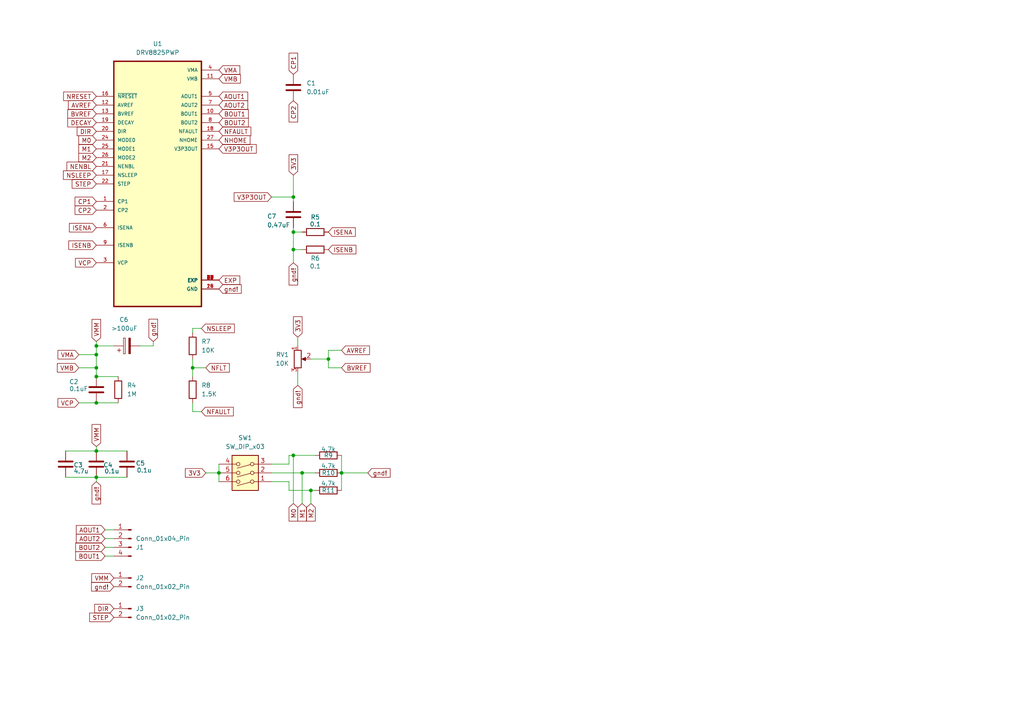
<source format=kicad_sch>
(kicad_sch (version 20231120) (generator "eeschema") (generator_version "8.0")
  (paper "A4")
  (lib_symbols
    (symbol "Connector:Conn_01x02_Pin" (pin_names (offset 1.016) hide)
      (property "Reference" "J" (at 0 2.54 0))
      (property "Value" "Conn_01x02_Pin" (at 0 -5.08 0))
      (symbol "Conn_01x02_Pin_1_1"
        (polyline (pts (xy 1.27 -2.54) (xy 0.8636 -2.54)) (stroke (width 0.1524)))
        (polyline (pts (xy 1.27 0) (xy 0.8636 0)) (stroke (width 0.1524)))
        (rectangle (start 0.8636 -2.413) (end 0 -2.667) (stroke (width 0.1524)) (fill (type outline)))
        (rectangle (start 0.8636 0.127) (end 0 -0.127) (stroke (width 0.1524)) (fill (type outline)))
        (pin passive line (at 5.08 0 180) (length 3.81) (name "Pin_1") (number "1"))
        (pin passive line (at 5.08 -2.54 180) (length 3.81) (name "Pin_2") (number "2"))
      )
    )
    (symbol "Connector:Conn_01x04_Pin" (pin_names (offset 1.016) hide)
      (property "Reference" "J" (at 0 5.08 0))
      (property "Value" "Conn_01x04_Pin" (at 0 -7.62 0))
      (symbol "Conn_01x04_Pin_1_1"
        (polyline (pts (xy 1.27 -5.08) (xy 0.8636 -5.08)) (stroke (width 0.1524)))
        (polyline (pts (xy 1.27 -2.54) (xy 0.8636 -2.54)) (stroke (width 0.1524)))
        (polyline (pts (xy 1.27 0) (xy 0.8636 0)) (stroke (width 0.1524)))
        (polyline (pts (xy 1.27 2.54) (xy 0.8636 2.54)) (stroke (width 0.1524)))
        (rectangle (start 0.8636 -4.953) (end 0 -5.207) (stroke (width 0.1524)) (fill (type outline)))
        (rectangle (start 0.8636 -2.413) (end 0 -2.667) (stroke (width 0.1524)) (fill (type outline)))
        (rectangle (start 0.8636 0.127) (end 0 -0.127) (stroke (width 0.1524)) (fill (type outline)))
        (rectangle (start 0.8636 2.667) (end 0 2.413) (stroke (width 0.1524)) (fill (type outline)))
        (pin passive line (at 5.08 2.54 180) (length 3.81) (name "Pin_1") (number "1"))
        (pin passive line (at 5.08 0 180) (length 3.81) (name "Pin_2") (number "2"))
        (pin passive line (at 5.08 -2.54 180) (length 3.81) (name "Pin_3") (number "3"))
        (pin passive line (at 5.08 -5.08 180) (length 3.81) (name "Pin_4") (number "4"))
      )
    )
    (symbol "Device:C" (pin_numbers hide) (pin_names (offset 0.254))
      (property "Reference" "C" (at 0.635 2.54 0))
      (property "Value" "C" (at 0.635 -2.54 0))
      (symbol "C_0_1"
        (polyline (pts (xy -2.032 -0.762) (xy 2.032 -0.762)) (stroke (width 0.508)))
        (polyline (pts (xy -2.032 0.762) (xy 2.032 0.762)) (stroke (width 0.508)))
      )
      (symbol "C_1_1"
        (pin passive line (at 0 3.81 270) (length 2.794) (name "~") (number "1"))
        (pin passive line (at 0 -3.81 90) (length 2.794) (name "~") (number "2"))
      )
    )
    (symbol "Device:C_Polarized" (pin_numbers hide) (pin_names (offset 0.254))
      (property "Reference" "C" (at 0.635 2.54 0))
      (property "Value" "C_Polarized" (at 0.635 -2.54 0))
      (symbol "C_Polarized_0_1"
        (rectangle (start -2.286 0.508) (end 2.286 1.016))
        (polyline (pts (xy -1.778 2.286) (xy -0.762 2.286)))
        (polyline (pts (xy -1.27 2.794) (xy -1.27 1.778)))
        (rectangle (start 2.286 -0.508) (end -2.286 -1.016) (fill (type outline)))
      )
      (symbol "C_Polarized_1_1"
        (pin passive line (at 0 3.81 270) (length 2.794) (name "~") (number "1"))
        (pin passive line (at 0 -3.81 90) (length 2.794) (name "~") (number "2"))
      )
    )
    (symbol "Device:R" (pin_numbers hide) (pin_names (offset 0))
      (property "Reference" "R" (at 2.032 0 90))
      (property "Value" "R" (at 0 0 90))
      (symbol "R_0_1"
        (rectangle (start -1.016 -2.54) (end 1.016 2.54) (stroke (width 0.254)))
      )
      (symbol "R_1_1"
        (pin passive line (at 0 3.81 270) (length 1.27) (name "~") (number "1"))
        (pin passive line (at 0 -3.81 90) (length 1.27) (name "~") (number "2"))
      )
    )
    (symbol "Device:R_Potentiometer" (pin_names (offset 1.016) hide)
      (property "Reference" "RV" (at -4.445 0 90))
      (property "Value" "R_Potentiometer" (at -2.54 0 90))
      (symbol "R_Potentiometer_0_1"
        (polyline (pts (xy 2.54 0) (xy 1.524 0)))
        (polyline (pts (xy 1.143 0) (xy 2.286 0.508) (xy 2.286 -0.508) (xy 1.143 0)) (fill (type outline)))
        (rectangle (start 1.016 2.54) (end -1.016 -2.54) (stroke (width 0.254)))
      )
      (symbol "R_Potentiometer_1_1"
        (pin passive line (at 0 3.81 270) (length 1.27) (name "1") (number "1"))
        (pin passive line (at 3.81 0 180) (length 1.27) (name "2") (number "2"))
        (pin passive line (at 0 -3.81 90) (length 1.27) (name "3") (number "3"))
      )
    )
    (symbol "Imports:DRV8825PWP" (pin_names (offset 1.016))
      (property "Reference" "U" (at -12.7 36.56 0))
      (property "Value" "DRV8825PWP" (at -12.7 -39.56 0))
      (symbol "DRV8825PWP_0_0"
        (rectangle (start -12.7 -35.56) (end 12.7 35.56) (stroke (width 0.41)) (fill (type background)))
        (pin bidirectional line (at -17.78 -5.08 0) (length 5.08) (name "CP1") (number "1"))
        (pin output line (at 17.78 20.32 180) (length 5.08) (name "BOUT1") (number "10"))
        (pin power_in line (at 17.78 30.48 180) (length 5.08) (name "VMB") (number "11"))
        (pin input line (at -17.78 22.86 0) (length 5.08) (name "AVREF") (number "12"))
        (pin input line (at -17.78 20.32 0) (length 5.08) (name "BVREF") (number "13"))
        (pin power_in line (at 17.78 -30.48 180) (length 5.08) (name "GND") (number "14"))
        (pin output line (at 17.78 10.16 180) (length 5.08) (name "V3P3OUT") (number "15"))
        (pin input line (at -17.78 25.4 0) (length 5.08) (name "~{NRESET}") (number "16"))
        (pin input line (at -17.78 2.54 0) (length 5.08) (name "NSLEEP") (number "17"))
        (pin output line (at 17.78 15.24 180) (length 5.08) (name "NFAULT") (number "18"))
        (pin input line (at -17.78 17.78 0) (length 5.08) (name "DECAY") (number "19"))
        (pin bidirectional line (at -17.78 -7.62 0) (length 5.08) (name "CP2") (number "2"))
        (pin input line (at -17.78 15.24 0) (length 5.08) (name "DIR") (number "20"))
        (pin input line (at -17.78 5.08 0) (length 5.08) (name "NENBL") (number "21"))
        (pin input line (at -17.78 0 0) (length 5.08) (name "STEP") (number "22"))
        (pin input line (at -17.78 12.7 0) (length 5.08) (name "MODE0") (number "24"))
        (pin input line (at -17.78 10.16 0) (length 5.08) (name "MODE1") (number "25"))
        (pin input line (at -17.78 7.62 0) (length 5.08) (name "MODE2") (number "26"))
        (pin output line (at 17.78 12.7 180) (length 5.08) (name "NHOME") (number "27"))
        (pin power_in line (at 17.78 -30.48 180) (length 5.08) (name "GND") (number "28"))
        (pin power_in line (at 17.78 -27.94 180) (length 5.08) (name "EXP") (number "29"))
        (pin bidirectional line (at -17.78 -22.86 0) (length 5.08) (name "VCP") (number "3"))
        (pin power_in line (at 17.78 -27.94 180) (length 5.08) (name "EXP") (number "30"))
        (pin power_in line (at 17.78 -27.94 180) (length 5.08) (name "EXP") (number "31"))
        (pin power_in line (at 17.78 -27.94 180) (length 5.08) (name "EXP") (number "32"))
        (pin power_in line (at 17.78 -27.94 180) (length 5.08) (name "EXP") (number "33"))
        (pin power_in line (at 17.78 -27.94 180) (length 5.08) (name "EXP") (number "34"))
        (pin power_in line (at 17.78 -27.94 180) (length 5.08) (name "EXP") (number "35"))
        (pin power_in line (at 17.78 -27.94 180) (length 5.08) (name "EXP") (number "36"))
        (pin power_in line (at 17.78 -27.94 180) (length 5.08) (name "EXP") (number "37"))
        (pin power_in line (at 17.78 -27.94 180) (length 5.08) (name "EXP") (number "38"))
        (pin power_in line (at 17.78 -27.94 180) (length 5.08) (name "EXP") (number "39"))
        (pin power_in line (at 17.78 33.02 180) (length 5.08) (name "VMA") (number "4"))
        (pin power_in line (at 17.78 -27.94 180) (length 5.08) (name "EXP") (number "40"))
        (pin power_in line (at 17.78 -27.94 180) (length 5.08) (name "EXP") (number "41"))
        (pin power_in line (at 17.78 -27.94 180) (length 5.08) (name "EXP") (number "42"))
        (pin power_in line (at 17.78 -27.94 180) (length 5.08) (name "EXP") (number "43"))
        (pin power_in line (at 17.78 -27.94 180) (length 5.08) (name "EXP") (number "44"))
        (pin power_in line (at 17.78 -27.94 180) (length 5.08) (name "EXP") (number "45"))
        (pin power_in line (at 17.78 -27.94 180) (length 5.08) (name "EXP") (number "46"))
        (pin power_in line (at 17.78 -27.94 180) (length 5.08) (name "EXP") (number "47"))
        (pin power_in line (at 17.78 -27.94 180) (length 5.08) (name "EXP") (number "48"))
        (pin power_in line (at 17.78 -27.94 180) (length 5.08) (name "EXP") (number "49"))
        (pin output line (at 17.78 25.4 180) (length 5.08) (name "AOUT1") (number "5"))
        (pin power_in line (at 17.78 -27.94 180) (length 5.08) (name "EXP") (number "50"))
        (pin bidirectional line (at -17.78 -12.7 0) (length 5.08) (name "ISENA") (number "6"))
        (pin output line (at 17.78 22.86 180) (length 5.08) (name "AOUT2") (number "7"))
        (pin output line (at 17.78 17.78 180) (length 5.08) (name "BOUT2") (number "8"))
        (pin bidirectional line (at -17.78 -17.78 0) (length 5.08) (name "ISENB") (number "9"))
      )
    )
    (symbol "Switch:SW_DIP_x03" (pin_names (offset 0) hide)
      (property "Reference" "SW" (at 0 6.35 0))
      (property "Value" "SW_DIP_x03" (at 0 -6.35 0))
      (symbol "SW_DIP_x03_0_0"
        (circle (center -2.032 -2.54) (radius 0.508))
        (circle (center -2.032 0) (radius 0.508))
        (circle (center -2.032 2.54) (radius 0.508))
        (polyline (pts (xy -1.524 -2.413) (xy 2.3622 -1.3716)))
        (polyline (pts (xy -1.524 0.127) (xy 2.3622 1.1684)))
        (polyline (pts (xy -1.524 2.667) (xy 2.3622 3.7084)))
        (circle (center 2.032 -2.54) (radius 0.508))
        (circle (center 2.032 0) (radius 0.508))
        (circle (center 2.032 2.54) (radius 0.508))
      )
      (symbol "SW_DIP_x03_0_1"
        (rectangle (start -3.81 5.08) (end 3.81 -5.08) (stroke (width 0.254)) (fill (type background)))
      )
      (symbol "SW_DIP_x03_1_1"
        (pin passive line (at -7.62 2.54 0) (length 5.08) (name "~") (number "1"))
        (pin passive line (at -7.62 0 0) (length 5.08) (name "~") (number "2"))
        (pin passive line (at -7.62 -2.54 0) (length 5.08) (name "~") (number "3"))
        (pin passive line (at 7.62 -2.54 180) (length 5.08) (name "~") (number "4"))
        (pin passive line (at 7.62 0 180) (length 5.08) (name "~") (number "5"))
        (pin passive line (at 7.62 2.54 180) (length 5.08) (name "~") (number "6"))
      )
    )
  )
  (junction (at 63.5 137.16))
  (junction (at 87.63 137.16))
  (junction (at 55.88 106.68))
  (junction (at 90.17 142.24))
  (junction (at 99.06 137.16))
  (junction (at 27.94 130.81))
  (junction (at 27.94 109.22))
  (junction (at 27.94 138.43))
  (junction (at 27.94 106.68))
  (junction (at 85.09 72.39))
  (junction (at 85.09 67.31))
  (junction (at 95.25 104.14))
  (junction (at 85.09 57.15))
  (junction (at 27.94 102.87))
  (junction (at 27.94 116.84))
  (junction (at 85.09 132.08))
  (junction (at 27.94 100.33))
  (wire (pts (xy 27.94 138.43) (xy 36.83 138.43)))
  (wire (pts (xy 30.48 158.75) (xy 33.02 158.75)))
  (wire (pts (xy 85.09 57.15) (xy 85.09 58.42)))
  (wire (pts (xy 78.74 137.16) (xy 87.63 137.16)))
  (wire (pts (xy 85.09 72.39) (xy 85.09 76.2)))
  (wire (pts (xy 90.17 142.24) (xy 91.44 142.24)))
  (wire (pts (xy 83.82 132.08) (xy 85.09 132.08)))
  (wire (pts (xy 30.48 153.67) (xy 33.02 153.67)))
  (wire (pts (xy 87.63 137.16) (xy 87.63 146.05)))
  (wire (pts (xy 83.82 134.62) (xy 83.82 132.08)))
  (wire (pts (xy 83.82 142.24) (xy 90.17 142.24)))
  (wire (pts (xy 86.36 107.95) (xy 86.36 111.76)))
  (wire (pts (xy 22.86 116.84) (xy 27.94 116.84)))
  (wire (pts (xy 44.45 100.33) (xy 44.45 99.06)))
  (wire (pts (xy 85.09 67.31) (xy 87.63 67.31)))
  (wire (pts (xy 95.25 104.14) (xy 95.25 106.68)))
  (wire (pts (xy 30.48 156.21) (xy 33.02 156.21)))
  (wire (pts (xy 22.86 106.68) (xy 27.94 106.68)))
  (wire (pts (xy 30.48 161.29) (xy 33.02 161.29)))
  (wire (pts (xy 95.25 101.6) (xy 95.25 104.14)))
  (wire (pts (xy 55.88 96.52) (xy 55.88 95.25)))
  (wire (pts (xy 55.88 106.68) (xy 59.69 106.68)))
  (wire (pts (xy 95.25 101.6) (xy 99.06 101.6)))
  (wire (pts (xy 27.94 116.84) (xy 34.29 116.84)))
  (wire (pts (xy 55.88 95.25) (xy 58.42 95.25)))
  (wire (pts (xy 27.94 100.33) (xy 33.02 100.33)))
  (wire (pts (xy 55.88 119.38) (xy 55.88 116.84)))
  (wire (pts (xy 87.63 137.16) (xy 91.44 137.16)))
  (wire (pts (xy 27.94 106.68) (xy 27.94 109.22)))
  (wire (pts (xy 78.74 57.15) (xy 85.09 57.15)))
  (wire (pts (xy 90.17 142.24) (xy 90.17 146.05)))
  (wire (pts (xy 58.42 119.38) (xy 55.88 119.38)))
  (wire (pts (xy 19.05 130.81) (xy 27.94 130.81)))
  (wire (pts (xy 99.06 137.16) (xy 106.68 137.16)))
  (wire (pts (xy 63.5 137.16) (xy 63.5 139.7)))
  (wire (pts (xy 85.09 57.15) (xy 85.09 50.8)))
  (wire (pts (xy 99.06 106.68) (xy 95.25 106.68)))
  (wire (pts (xy 59.69 137.16) (xy 63.5 137.16)))
  (wire (pts (xy 19.05 138.43) (xy 27.94 138.43)))
  (wire (pts (xy 34.29 109.22) (xy 27.94 109.22)))
  (wire (pts (xy 55.88 104.14) (xy 55.88 106.68)))
  (wire (pts (xy 27.94 102.87) (xy 27.94 106.68)))
  (wire (pts (xy 40.64 100.33) (xy 44.45 100.33)))
  (wire (pts (xy 86.36 97.79) (xy 86.36 100.33)))
  (wire (pts (xy 27.94 99.06) (xy 27.94 100.33)))
  (wire (pts (xy 83.82 139.7) (xy 83.82 142.24)))
  (wire (pts (xy 85.09 132.08) (xy 91.44 132.08)))
  (wire (pts (xy 27.94 100.33) (xy 27.94 102.87)))
  (wire (pts (xy 78.74 139.7) (xy 83.82 139.7)))
  (wire (pts (xy 99.06 137.16) (xy 99.06 142.24)))
  (wire (pts (xy 27.94 129.54) (xy 27.94 130.81)))
  (wire (pts (xy 85.09 67.31) (xy 85.09 72.39)))
  (wire (pts (xy 63.5 134.62) (xy 63.5 137.16)))
  (wire (pts (xy 27.94 130.81) (xy 36.83 130.81)))
  (wire (pts (xy 27.94 138.43) (xy 27.94 139.7)))
  (wire (pts (xy 99.06 132.08) (xy 99.06 137.16)))
  (wire (pts (xy 55.88 106.68) (xy 55.88 109.22)))
  (wire (pts (xy 85.09 66.04) (xy 85.09 67.31)))
  (wire (pts (xy 78.74 134.62) (xy 83.82 134.62)))
  (wire (pts (xy 22.86 102.87) (xy 27.94 102.87)))
  (wire (pts (xy 85.09 72.39) (xy 87.63 72.39)))
  (wire (pts (xy 85.09 132.08) (xy 85.09 146.05)))
  (wire (pts (xy 90.17 104.14) (xy 95.25 104.14)))
  (global_label "gnd!" (shape input) (at 33.02 170.18 180) (property "Intersheetrefs" "${INTERSHEET_REFS}" (effects (hide yes))))
  (global_label "NFLT" (shape input) (at 59.69 106.68 0) (property "Intersheetrefs" "${INTERSHEET_REFS}" (effects (hide yes))))
  (global_label "AVREF" (shape input) (at 27.94 30.48 180) (property "Intersheetrefs" "${INTERSHEET_REFS}" (effects (hide yes))))
  (global_label "ISENB" (shape input) (at 27.94 71.12 180) (property "Intersheetrefs" "${INTERSHEET_REFS}" (effects (hide yes))))
  (global_label "gnd!" (shape input) (at 44.45 99.06 90) (property "Intersheetrefs" "${INTERSHEET_REFS}" (effects (hide yes))))
  (global_label "CP2" (shape input) (at 85.09 29.21 270) (property "Intersheetrefs" "${INTERSHEET_REFS}" (effects (hide yes))))
  (global_label "NSLEEP" (shape input) (at 27.94 50.8 180) (property "Intersheetrefs" "${INTERSHEET_REFS}" (effects (hide yes))))
  (global_label "CP1" (shape input) (at 27.94 58.42 180) (property "Intersheetrefs" "${INTERSHEET_REFS}" (effects (hide yes))))
  (global_label "BOUT2" (shape input) (at 30.48 158.75 180) (property "Intersheetrefs" "${INTERSHEET_REFS}" (effects (hide yes))))
  (global_label "NENBL" (shape input) (at 27.94 48.26 180) (property "Intersheetrefs" "${INTERSHEET_REFS}" (effects (hide yes))))
  (global_label "M0" (shape input) (at 27.94 40.64 180) (property "Intersheetrefs" "${INTERSHEET_REFS}" (effects (hide yes))))
  (global_label "AOUT1" (shape input) (at 63.5 27.94 0) (property "Intersheetrefs" "${INTERSHEET_REFS}" (effects (hide yes))))
  (global_label "BOUT2" (shape input) (at 63.5 35.56 0) (property "Intersheetrefs" "${INTERSHEET_REFS}" (effects (hide yes))))
  (global_label "BVREF" (shape input) (at 99.06 106.68 0) (property "Intersheetrefs" "${INTERSHEET_REFS}" (effects (hide yes))))
  (global_label "gnd!" (shape input) (at 85.09 76.2 270) (property "Intersheetrefs" "${INTERSHEET_REFS}" (effects (hide yes))))
  (global_label "AOUT2" (shape input) (at 30.48 156.21 180) (property "Intersheetrefs" "${INTERSHEET_REFS}" (effects (hide yes))))
  (global_label "CP2" (shape input) (at 27.94 60.96 180) (property "Intersheetrefs" "${INTERSHEET_REFS}" (effects (hide yes))))
  (global_label "ISENA" (shape input) (at 95.25 67.31 0) (property "Intersheetrefs" "${INTERSHEET_REFS}" (effects (hide yes))))
  (global_label "NRESET" (shape input) (at 27.94 27.94 180) (property "Intersheetrefs" "${INTERSHEET_REFS}" (effects (hide yes))))
  (global_label "EXP" (shape input) (at 63.5 81.28 0) (property "Intersheetrefs" "${INTERSHEET_REFS}" (effects (hide yes))))
  (global_label "VMM" (shape input) (at 33.02 167.64 180) (property "Intersheetrefs" "${INTERSHEET_REFS}" (effects (hide yes))))
  (global_label "AVREF" (shape input) (at 99.06 101.6 0) (property "Intersheetrefs" "${INTERSHEET_REFS}" (effects (hide yes))))
  (global_label "M1" (shape input) (at 87.63 146.05 270) (property "Intersheetrefs" "${INTERSHEET_REFS}" (effects (hide yes))))
  (global_label "VMA" (shape input) (at 63.5 20.32 0) (property "Intersheetrefs" "${INTERSHEET_REFS}" (effects (hide yes))))
  (global_label "M1" (shape input) (at 27.94 43.18 180) (property "Intersheetrefs" "${INTERSHEET_REFS}" (effects (hide yes))))
  (global_label "gnd!" (shape input) (at 86.36 111.76 270) (property "Intersheetrefs" "${INTERSHEET_REFS}" (effects (hide yes))))
  (global_label "3V3" (shape input) (at 85.09 50.8 90) (property "Intersheetrefs" "${INTERSHEET_REFS}" (effects (hide yes))))
  (global_label "ISENA" (shape input) (at 27.94 66.04 180) (property "Intersheetrefs" "${INTERSHEET_REFS}" (effects (hide yes))))
  (global_label "STEP" (shape input) (at 33.02 179.07 180) (property "Intersheetrefs" "${INTERSHEET_REFS}" (effects (hide yes))))
  (global_label "DIR" (shape input) (at 33.02 176.53 180) (property "Intersheetrefs" "${INTERSHEET_REFS}" (effects (hide yes))))
  (global_label "AOUT1" (shape input) (at 30.48 153.67 180) (property "Intersheetrefs" "${INTERSHEET_REFS}" (effects (hide yes))))
  (global_label "VMM" (shape input) (at 27.94 99.06 90) (property "Intersheetrefs" "${INTERSHEET_REFS}" (effects (hide yes))))
  (global_label "VCP" (shape input) (at 22.86 116.84 180) (property "Intersheetrefs" "${INTERSHEET_REFS}" (effects (hide yes))))
  (global_label "VCP" (shape input) (at 27.94 76.2 180) (property "Intersheetrefs" "${INTERSHEET_REFS}" (effects (hide yes))))
  (global_label "NFAULT" (shape input) (at 63.5 38.1 0) (property "Intersheetrefs" "${INTERSHEET_REFS}" (effects (hide yes))))
  (global_label "gnd!" (shape input) (at 106.68 137.16 0) (property "Intersheetrefs" "${INTERSHEET_REFS}" (effects (hide yes))))
  (global_label "BVREF" (shape input) (at 27.94 33.02 180) (property "Intersheetrefs" "${INTERSHEET_REFS}" (effects (hide yes))))
  (global_label "STEP" (shape input) (at 27.94 53.34 180) (property "Intersheetrefs" "${INTERSHEET_REFS}" (effects (hide yes))))
  (global_label "BOUT1" (shape input) (at 63.5 33.02 0) (property "Intersheetrefs" "${INTERSHEET_REFS}" (effects (hide yes))))
  (global_label "ISENB" (shape input) (at 95.25 72.39 0) (property "Intersheetrefs" "${INTERSHEET_REFS}" (effects (hide yes))))
  (global_label "3V3" (shape input) (at 59.69 137.16 180) (property "Intersheetrefs" "${INTERSHEET_REFS}" (effects (hide yes))))
  (global_label "V3P3OUT" (shape input) (at 63.5 43.18 0) (property "Intersheetrefs" "${INTERSHEET_REFS}" (effects (hide yes))))
  (global_label "VMA" (shape input) (at 22.86 102.87 180) (property "Intersheetrefs" "${INTERSHEET_REFS}" (effects (hide yes))))
  (global_label "VMM" (shape input) (at 27.94 129.54 90) (property "Intersheetrefs" "${INTERSHEET_REFS}" (effects (hide yes))))
  (global_label "VMB" (shape input) (at 63.5 22.86 0) (property "Intersheetrefs" "${INTERSHEET_REFS}" (effects (hide yes))))
  (global_label "NSLEEP" (shape input) (at 58.42 95.25 0) (property "Intersheetrefs" "${INTERSHEET_REFS}" (effects (hide yes))))
  (global_label "M2" (shape input) (at 27.94 45.72 180) (property "Intersheetrefs" "${INTERSHEET_REFS}" (effects (hide yes))))
  (global_label "AOUT2" (shape input) (at 63.5 30.48 0) (property "Intersheetrefs" "${INTERSHEET_REFS}" (effects (hide yes))))
  (global_label "3V3" (shape input) (at 86.36 97.79 90) (property "Intersheetrefs" "${INTERSHEET_REFS}" (effects (hide yes))))
  (global_label "V3P3OUT" (shape input) (at 78.74 57.15 180) (property "Intersheetrefs" "${INTERSHEET_REFS}" (effects (hide yes))))
  (global_label "VMB" (shape input) (at 22.86 106.68 180) (property "Intersheetrefs" "${INTERSHEET_REFS}" (effects (hide yes))))
  (global_label "NFAULT" (shape input) (at 58.42 119.38 0) (property "Intersheetrefs" "${INTERSHEET_REFS}" (effects (hide yes))))
  (global_label "NHOME" (shape input) (at 63.5 40.64 0) (property "Intersheetrefs" "${INTERSHEET_REFS}" (effects (hide yes))))
  (global_label "M2" (shape input) (at 90.17 146.05 270) (property "Intersheetrefs" "${INTERSHEET_REFS}" (effects (hide yes))))
  (global_label "CP1" (shape input) (at 85.09 21.59 90) (property "Intersheetrefs" "${INTERSHEET_REFS}" (effects (hide yes))))
  (global_label "DIR" (shape input) (at 27.94 38.1 180) (property "Intersheetrefs" "${INTERSHEET_REFS}" (effects (hide yes))))
  (global_label "gnd!" (shape input) (at 63.5 83.82 0) (property "Intersheetrefs" "${INTERSHEET_REFS}" (effects (hide yes))))
  (global_label "DECAY" (shape input) (at 27.94 35.56 180) (property "Intersheetrefs" "${INTERSHEET_REFS}" (effects (hide yes))))
  (global_label "BOUT1" (shape input) (at 30.48 161.29 180) (property "Intersheetrefs" "${INTERSHEET_REFS}" (effects (hide yes))))
  (global_label "gnd!" (shape input) (at 27.94 139.7 270) (property "Intersheetrefs" "${INTERSHEET_REFS}" (effects (hide yes))))
  (global_label "M0" (shape input) (at 85.09 146.05 270) (property "Intersheetrefs" "${INTERSHEET_REFS}" (effects (hide yes))))
  (symbol (lib_id "Switch:SW_DIP_x03") (at 71.12 137.16 180) (unit 1)
    (property "Reference" "SW1" (at 71.12 127 0))
    (property "Value" "SW_DIP_x03" (at 71.12 129.54 0))
    (property "Footprint" "Custom_Switches:CONNFLY DIP-3" (effects (hide yes)))
    (property "Description" "3x DIP Switch, Single Pole Single Throw (SPST) switch, small symbol" (effects (hide yes)))
  )
  (symbol (lib_id "Device:C") (at 19.05 134.62 0) (unit 1)
    (property "Reference" "C3" (at 21.336 134.874 0) (effects (justify left)))
    (property "Value" "4.7u" (at 21.336 136.652 0) (effects (justify left)))
    (property "Footprint" "Capacitor_SMD:C_0603_1608Metric" (effects (hide yes)))
    (property "Description" "Unpolarized capacitor" (effects (hide yes)))
  )
  (symbol (lib_id "Device:R") (at 91.44 67.31 270) (unit 1)
    (property "Reference" "R5" (at 91.44 62.992 90))
    (property "Value" "0.1" (at 91.44 65.024 90))
    (property "Footprint" "Resistor_SMD:R_0603_1608Metric" (effects (hide yes)))
    (property "Description" "Resistor" (effects (hide yes)))
  )
  (symbol (lib_id "Connector:Conn_01x02_Pin") (at 38.1 167.64 0) (mirror y) (unit 1)
    (property "Reference" "J2" (at 39.37 167.6399 0) (effects (justify right)))
    (property "Value" "Conn_01x02_Pin" (at 39.37 170.1799 0) (effects (justify right)))
    (property "Footprint" "TerminalBlock_4Ucon:TerminalBlock_4Ucon_1x02_P3.50mm_Horizontal" (effects (hide yes)))
    (property "Description" "Generic connector, single row, 01x02, script generated" (effects (hide yes)))
  )
  (symbol (lib_id "Device:R") (at 55.88 100.33 0) (unit 1)
    (property "Reference" "R7" (at 58.42 99.0599 0) (effects (justify left)))
    (property "Value" "10K" (at 58.42 101.5999 0) (effects (justify left)))
    (property "Footprint" "Resistor_SMD:R_0603_1608Metric" (effects (hide yes)))
    (property "Description" "Resistor" (effects (hide yes)))
  )
  (symbol (lib_id "Device:C") (at 27.94 134.62 0) (unit 1)
    (property "Reference" "C4" (at 29.972 134.874 0) (effects (justify left)))
    (property "Value" "0.1u" (at 30.226 136.652 0) (effects (justify left)))
    (property "Footprint" "Capacitor_SMD:C_0603_1608Metric" (effects (hide yes)))
    (property "Description" "Unpolarized capacitor" (effects (hide yes)))
  )
  (symbol (lib_id "Connector:Conn_01x04_Pin") (at 38.1 156.21 0) (mirror y) (unit 1)
    (property "Reference" "J1" (at 39.37 158.7501 0) (effects (justify right)))
    (property "Value" "Conn_01x04_Pin" (at 39.37 156.2101 0) (effects (justify right)))
    (property "Footprint" "Connector_JST:JST_XH_B4B-XH-A_1x04_P2.50mm_Vertical" (effects (hide yes)))
    (property "Description" "Generic connector, single row, 01x04, script generated" (effects (hide yes)))
  )
  (symbol (lib_id "Device:R") (at 95.25 132.08 90) (unit 1)
    (property "Reference" "R9" (at 95.25 132.08 90))
    (property "Value" "4.7k" (at 95.25 130.302 90))
    (property "Footprint" "Resistor_SMD:R_0603_1608Metric" (effects (hide yes)))
    (property "Description" "Resistor" (effects (hide yes)))
  )
  (symbol (lib_id "Device:R") (at 91.44 72.39 270) (unit 1)
    (property "Reference" "R6" (at 91.44 74.93 90))
    (property "Value" "0.1" (at 91.44 77.216 90))
    (property "Footprint" "Resistor_SMD:R_0603_1608Metric" (effects (hide yes)))
    (property "Description" "Resistor" (effects (hide yes)))
  )
  (symbol (lib_id "Device:C") (at 27.94 113.03 0) (unit 1)
    (property "Reference" "C2" (at 20.066 110.744 0) (effects (justify left)))
    (property "Value" "0.1uF" (at 20.066 112.776 0) (effects (justify left)))
    (property "Footprint" "Capacitor_SMD:C_0603_1608Metric" (effects (hide yes)))
    (property "Description" "Unpolarized capacitor" (effects (hide yes)))
  )
  (symbol (lib_id "Device:C_Polarized") (at 36.83 100.33 90) (unit 1)
    (property "Reference" "C6" (at 35.941 92.71 90))
    (property "Value" ">100uF" (at 36.068 95.25 90))
    (property "Footprint" "Capacitor_SMD:CP_Elec_10x10" (effects (hide yes)))
    (property "Description" "Polarized capacitor" (effects (hide yes)))
  )
  (symbol (lib_id "Connector:Conn_01x02_Pin") (at 38.1 176.53 0) (mirror y) (unit 1)
    (property "Reference" "J3" (at 39.37 176.5299 0) (effects (justify right)))
    (property "Value" "Conn_01x02_Pin" (at 39.37 179.0699 0) (effects (justify right)))
    (property "Footprint" "Connector_JST:JST_XH_B2B-XH-A_1x02_P2.50mm_Vertical" (effects (hide yes)))
    (property "Description" "Generic connector, single row, 01x02, script generated" (effects (hide yes)))
  )
  (symbol (lib_id "Device:R_Potentiometer") (at 86.36 104.14 0) (unit 1)
    (property "Reference" "RV1" (at 83.82 102.8699 0) (effects (justify right)))
    (property "Value" "10K" (at 83.82 105.4099 0) (effects (justify right)))
    (property "Footprint" "Zaid_Custom:Bourns_Trimpot_3.8x3.6" (effects (hide yes)))
    (property "Description" "Potentiometer" (effects (hide yes)))
  )
  (symbol (lib_id "Device:C") (at 85.09 62.23 0) (unit 1)
    (property "Reference" "C7" (at 77.47 62.738 0) (effects (justify left)))
    (property "Value" "0.47uF" (at 77.47 65.278 0) (effects (justify left)))
    (property "Footprint" "Capacitor_SMD:C_0603_1608Metric" (effects (hide yes)))
    (property "Description" "Unpolarized capacitor" (effects (hide yes)))
  )
  (symbol (lib_id "Device:R") (at 55.88 113.03 0) (unit 1)
    (property "Reference" "R8" (at 58.42 111.7599 0) (effects (justify left)))
    (property "Value" "1.5K" (at 58.42 114.2999 0) (effects (justify left)))
    (property "Footprint" "Resistor_SMD:R_0603_1608Metric" (effects (hide yes)))
    (property "Description" "Resistor" (effects (hide yes)))
  )
  (symbol (lib_id "Device:C") (at 85.09 25.4 0) (unit 1)
    (property "Reference" "C1" (at 88.9 24.1299 0) (effects (justify left)))
    (property "Value" "0.01uF" (at 88.9 26.6699 0) (effects (justify left)))
    (property "Footprint" "Capacitor_SMD:C_0603_1608Metric" (effects (hide yes)))
    (property "Description" "Unpolarized capacitor" (effects (hide yes)))
  )
  (symbol (lib_id "Imports:DRV8825PWP") (at 45.72 53.34 0) (unit 1)
    (property "Reference" "U1" (at 45.72 12.7 0))
    (property "Value" "DRV8825PWP" (at 45.72 15.24 0))
    (property "Footprint" "Zaid_Custom:IC_TPS61196PWPRQ1" (effects (hide yes)))
    (property "Description" "45-V, 2.5-A bipolar stepper motor driver with current regulation and 1/32 microstepping 28-HTSSOP -40 to 85" (effects (hide yes)))
    (property "MF" "Texas Instruments" (effects (hide yes)))
    (property "MOUSER-PURCHASE-URL" "https://snapeda.com/shop?store=Mouser&id=52585" (effects (hide yes)))
    (property "PACKAGE" "HTSSOP-28 Texas Instruments" (effects (hide yes)))
    (property "PRICE" "None" (effects (hide yes)))
    (property "Package" "HTSSOP-28 Texas Instruments" (effects (hide yes)))
    (property "Check_prices" "https://www.snapeda.com/parts/DRV8825PWP/Texas+Instruments/view-part/?ref=eda" (effects (hide yes)))
    (property "TEXAS_INSTRUMENTS-PURCHASE-URL" "https://snapeda.com/shop?store=Texas+Instruments&id=52585" (effects (hide yes)))
    (property "Price" "None" (effects (hide yes)))
    (property "SnapEDA_Link" "https://www.snapeda.com/parts/DRV8825PWP/Texas+Instruments/view-part/?ref=snap" (effects (hide yes)))
    (property "MP" "DRV8825PWP" (effects (hide yes)))
    (property "DIGIKEY-PURCHASE-URL" "https://snapeda.com/shop?store=DigiKey&id=52585" (effects (hide yes)))
    (property "Purchase-URL" "https://www.snapeda.com/api/url_track_click_mouser/?unipart_id=52585&manufacturer=Texas Instruments&part_name=DRV8825PWP&search_term=None" (effects (hide yes)))
    (property "Availability" "In Stock" (effects (hide yes)))
    (property "AVAILABILITY" "Good" (effects (hide yes)))
    (property "Description_1" "\n45-V, 2.5-A bipolar stepper motor driver with current regulation and 1/32 microstepping  \n" (effects (hide yes)))
  )
  (symbol (lib_id "Device:R") (at 34.29 113.03 0) (unit 1)
    (property "Reference" "R4" (at 36.83 111.7599 0) (effects (justify left)))
    (property "Value" "1M" (at 36.83 114.2999 0) (effects (justify left)))
    (property "Footprint" "Resistor_SMD:R_0603_1608Metric" (effects (hide yes)))
    (property "Description" "Resistor" (effects (hide yes)))
  )
  (symbol (lib_id "Device:R") (at 95.25 142.24 90) (unit 1)
    (property "Reference" "R11" (at 95.25 142.24 90))
    (property "Value" "4.7k" (at 95.25 140.208 90))
    (property "Footprint" "Resistor_SMD:R_0603_1608Metric" (effects (hide yes)))
    (property "Description" "Resistor" (effects (hide yes)))
  )
  (symbol (lib_id "Device:C") (at 36.83 134.62 0) (unit 1)
    (property "Reference" "C5" (at 39.37 134.3661 0) (effects (justify left)))
    (property "Value" "0.1u" (at 39.624 136.398 0) (effects (justify left)))
    (property "Footprint" "Capacitor_SMD:C_0603_1608Metric" (effects (hide yes)))
    (property "Description" "Unpolarized capacitor" (effects (hide yes)))
  )
  (symbol (lib_id "Device:R") (at 95.25 137.16 90) (unit 1)
    (property "Reference" "R10" (at 95.25 137.16 90))
    (property "Value" "4.7k" (at 95.25 135.128 90))
    (property "Footprint" "Resistor_SMD:R_0603_1608Metric" (effects (hide yes)))
    (property "Description" "Resistor" (effects (hide yes)))
  )
)
</source>
